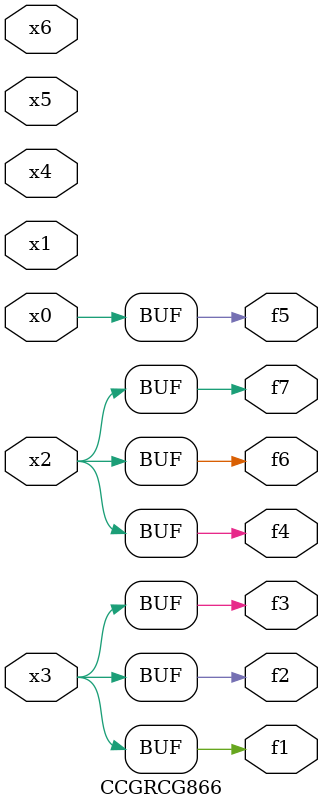
<source format=v>
module CCGRCG866(
	input x0, x1, x2, x3, x4, x5, x6,
	output f1, f2, f3, f4, f5, f6, f7
);
	assign f1 = x3;
	assign f2 = x3;
	assign f3 = x3;
	assign f4 = x2;
	assign f5 = x0;
	assign f6 = x2;
	assign f7 = x2;
endmodule

</source>
